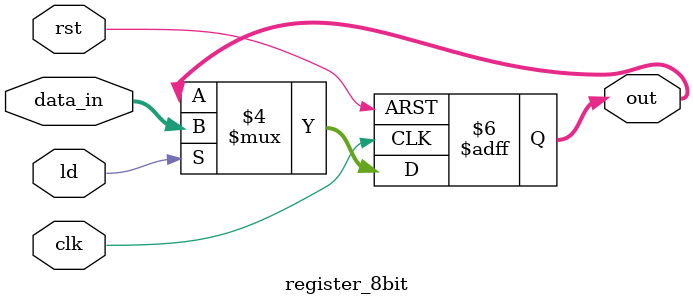
<source format=v>
`timescale 1ns / 1ps

module register_8bit(clk,rst,data_in,ld,out);
input clk,rst;
input [7:0] data_in;
input ld;
output reg [7:0] out;
always @(posedge clk or posedge rst)
begin
if (rst==1'b1)
out<=1'b0;
else if (ld==1'b1)
out<=data_in;
end
endmodule

</source>
